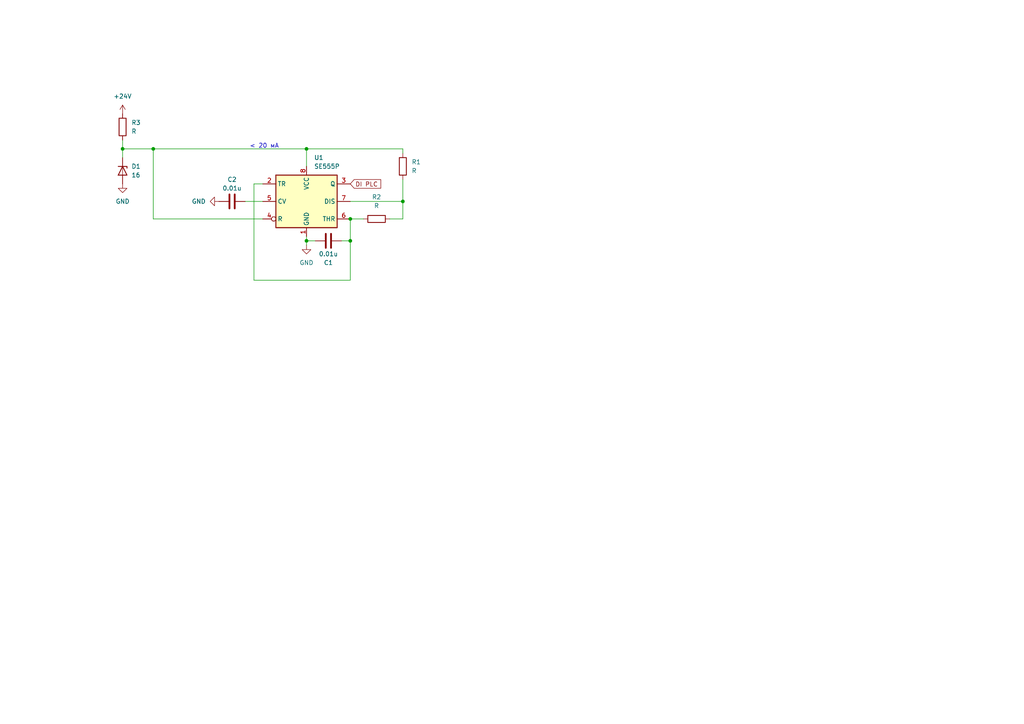
<source format=kicad_sch>
(kicad_sch (version 20230121) (generator eeschema)
  (paper "A4")
  (lib_symbols
    (symbol "Device:C" (pin_numbers hide) (pin_names (offset 0.254))
      (property "Reference" "C" (at 0.635 2.54 0))
      (property "Value" "C" (at 0.635 -2.54 0))
      (symbol "C_0_1"
        (polyline (pts (xy -2.032 -0.762) (xy 2.032 -0.762)) (stroke (width 0.508)))
        (polyline (pts (xy -2.032 0.762) (xy 2.032 0.762)) (stroke (width 0.508)))
      )
      (symbol "C_1_1"
        (pin passive line (at 0 3.81 270) (length 2.794) (name "~") (number "1"))
        (pin passive line (at 0 -3.81 90) (length 2.794) (name "~") (number "2"))
      )
    )
    (symbol "Device:D_Zener" (pin_numbers hide) (pin_names (offset 1.016) hide)
      (property "Reference" "D" (at 0 2.54 0))
      (property "Value" "D_Zener" (at 0 -2.54 0))
      (symbol "D_Zener_0_1"
        (polyline (pts (xy 1.27 0) (xy -1.27 0)))
        (polyline (pts (xy -1.27 -1.27) (xy -1.27 1.27) (xy -0.762 1.27)) (stroke (width 0.254)))
        (polyline (pts (xy 1.27 -1.27) (xy 1.27 1.27) (xy -1.27 0) (xy 1.27 -1.27)) (stroke (width 0.254)))
      )
      (symbol "D_Zener_1_1"
        (pin passive line (at -3.81 0 0) (length 2.54) (name "K") (number "1"))
        (pin passive line (at 3.81 0 180) (length 2.54) (name "A") (number "2"))
      )
    )
    (symbol "Device:R" (pin_numbers hide) (pin_names (offset 0))
      (property "Reference" "R" (at 2.032 0 90))
      (property "Value" "R" (at 0 0 90))
      (symbol "R_0_1"
        (rectangle (start -1.016 -2.54) (end 1.016 2.54) (stroke (width 0.254)))
      )
      (symbol "R_1_1"
        (pin passive line (at 0 3.81 270) (length 1.27) (name "~") (number "1"))
        (pin passive line (at 0 -3.81 90) (length 1.27) (name "~") (number "2"))
      )
    )
    (symbol "Timer:SE555P"
      (property "Reference" "U" (at -10.16 8.89 0))
      (property "Value" "SE555P" (at 2.54 8.89 0))
      (symbol "SE555P_0_0"
        (pin power_in line (at 0 -10.16 90) (length 2.54) (name "GND") (number "1"))
        (pin power_in line (at 0 10.16 270) (length 2.54) (name "VCC") (number "8"))
      )
      (symbol "SE555P_0_1"
        (rectangle (start -8.89 -7.62) (end 8.89 7.62) (stroke (width 0.254)) (fill (type background)))
        (rectangle (start -8.89 -7.62) (end 8.89 7.62) (stroke (width 0.254)) (fill (type background)))
      )
      (symbol "SE555P_1_1"
        (pin input line (at -12.7 5.08 0) (length 3.81) (name "TR") (number "2"))
        (pin output line (at 12.7 5.08 180) (length 3.81) (name "Q") (number "3"))
        (pin input inverted (at -12.7 -5.08 0) (length 3.81) (name "R") (number "4"))
        (pin input line (at -12.7 0 0) (length 3.81) (name "CV") (number "5"))
        (pin input line (at 12.7 -5.08 180) (length 3.81) (name "THR") (number "6"))
        (pin input line (at 12.7 0 180) (length 3.81) (name "DIS") (number "7"))
      )
    )
    (symbol "power:+24V" (power) (pin_names (offset 0))
      (property "Value" "+24V" (at 0 3.556 0))
      (symbol "+24V_0_1"
        (polyline (pts (xy -0.762 1.27) (xy 0 2.54)))
        (polyline (pts (xy 0 0) (xy 0 2.54)))
        (polyline (pts (xy 0 2.54) (xy 0.762 1.27)))
      )
      (symbol "+24V_1_1"
        (pin power_in line (at 0 0 90) (length 0) hide (name "+24V") (number "1"))
      )
    )
    (symbol "power:GND" (power) (pin_names (offset 0))
      (property "Value" "GND" (at 0 -3.81 0))
      (symbol "GND_0_1"
        (polyline (pts (xy 0 0) (xy 0 -1.27) (xy 1.27 -1.27) (xy 0 -2.54) (xy -1.27 -1.27) (xy 0 -1.27)))
      )
      (symbol "GND_1_1"
        (pin power_in line (at 0 0 270) (length 0) hide (name "GND") (number "1"))
      )
    )
  )
  (junction (at 101.6 69.85))
  (junction (at 116.84 58.42))
  (junction (at 101.6 63.5))
  (junction (at 35.56 43.18))
  (junction (at 88.9 69.85))
  (junction (at 44.45 43.18))
  (junction (at 88.9 43.18))
  (wire (pts (xy 73.66 81.28) (xy 101.6 81.28)))
  (wire (pts (xy 88.9 71.12) (xy 88.9 69.85)))
  (wire (pts (xy 116.84 58.42) (xy 116.84 52.07)))
  (wire (pts (xy 76.2 53.34) (xy 73.66 53.34)))
  (wire (pts (xy 73.66 53.34) (xy 73.66 81.28)))
  (wire (pts (xy 35.56 43.18) (xy 35.56 45.72)))
  (wire (pts (xy 44.45 43.18) (xy 88.9 43.18)))
  (wire (pts (xy 101.6 63.5) (xy 101.6 69.85)))
  (wire (pts (xy 101.6 63.5) (xy 105.41 63.5)))
  (wire (pts (xy 44.45 43.18) (xy 35.56 43.18)))
  (wire (pts (xy 116.84 43.18) (xy 88.9 43.18)))
  (wire (pts (xy 88.9 69.85) (xy 88.9 68.58)))
  (wire (pts (xy 99.06 69.85) (xy 101.6 69.85)))
  (wire (pts (xy 76.2 63.5) (xy 44.45 63.5)))
  (wire (pts (xy 101.6 58.42) (xy 116.84 58.42)))
  (wire (pts (xy 116.84 63.5) (xy 116.84 58.42)))
  (wire (pts (xy 88.9 69.85) (xy 91.44 69.85)))
  (wire (pts (xy 101.6 69.85) (xy 101.6 81.28)))
  (wire (pts (xy 35.56 40.64) (xy 35.56 43.18)))
  (wire (pts (xy 88.9 43.18) (xy 88.9 48.26)))
  (wire (pts (xy 116.84 44.45) (xy 116.84 43.18)))
  (wire (pts (xy 44.45 63.5) (xy 44.45 43.18)))
  (wire (pts (xy 113.03 63.5) (xy 116.84 63.5)))
  (wire (pts (xy 71.12 58.42) (xy 76.2 58.42)))
  (text "< 20 мА" (at 72.39 43.18 0) (effects (font (size 1.27 1.27)) (justify left bottom)))
  (global_label "DI PLC" (shape input) (at 101.6 53.34 0) (property "Intersheetrefs" "${INTERSHEET_REFS}" (effects hide)))
  (symbol (lib_id "Device:R") (at 35.56 36.83 0) (unit 1)
    (property "Reference" "R3" (at 38.1 35.56 0) (effects (justify left)))
    (property "Value" "R" (at 38.1 38.1 0) (effects (justify left)))
  )
  (symbol (lib_id "Device:R") (at 116.84 48.26 0) (unit 1)
    (property "Reference" "R1" (at 119.38 46.99 0) (effects (justify left)))
    (property "Value" "R" (at 119.38 49.53 0) (effects (justify left)))
  )
  (symbol (lib_id "Device:R") (at 109.22 63.5 90) (unit 1)
    (property "Reference" "R2" (at 109.22 57.15 90))
    (property "Value" "R" (at 109.22 59.69 90))
  )
  (symbol (lib_id "Device:C") (at 95.25 69.85 270) (unit 1)
    (property "Reference" "C1" (at 95.25 76.2 90))
    (property "Value" "0.01u" (at 95.25 73.66 90))
  )
  (symbol (lib_id "power:+24V") (at 35.56 33.02 0) (unit 1)
    (property "Reference" "#PWR01" (effects hide))
    (property "Value" "+24V" (at 35.56 27.94 0))
  )
  (symbol (lib_id "power:GND") (at 35.56 53.34 0) (unit 1)
    (property "Reference" "#PWR03" (effects hide))
    (property "Value" "GND" (at 35.56 58.42 0))
  )
  (symbol (lib_id "Timer:SE555P") (at 88.9 58.42 0) (unit 1)
    (property "Reference" "U1" (at 91.0941 45.72 0) (effects (justify left)))
    (property "Value" "SE555P" (at 91.0941 48.26 0) (effects (justify left)))
    (property "Footprint" "Package_DIP:DIP-8_W7.62mm" (effects hide))
    (property "Datasheet" "http://www.ti.com/lit/ds/symlink/ne555.pdf" (effects hide))
  )
  (symbol (lib_id "Device:D_Zener") (at 35.56 49.53 270) (unit 1)
    (property "Reference" "D1" (at 38.1 48.26 90) (effects (justify left)))
    (property "Value" "16" (at 38.1 50.8 90) (effects (justify left)))
  )
  (symbol (lib_id "power:GND") (at 88.9 71.12 0) (unit 1)
    (property "Reference" "#PWR02" (effects hide))
    (property "Value" "GND" (at 88.9 76.2 0))
  )
  (symbol (lib_id "Device:C") (at 67.31 58.42 90) (unit 1)
    (property "Reference" "C2" (at 67.31 52.07 90))
    (property "Value" "0.01u" (at 67.31 54.61 90))
  )
  (symbol (lib_id "power:GND") (at 63.5 58.42 270) (unit 1)
    (property "Reference" "#PWR04" (effects hide))
    (property "Value" "GND" (at 59.69 58.42 90) (effects (justify right)))
  )
)
</source>
